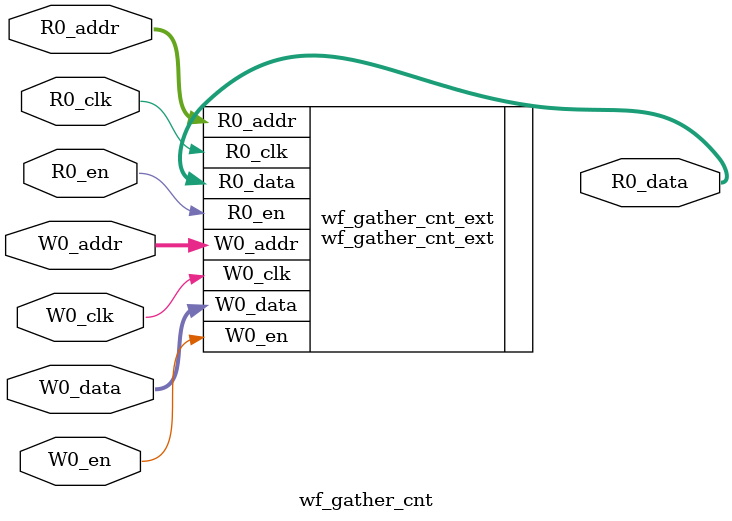
<source format=sv>
`ifndef RANDOMIZE
  `ifdef RANDOMIZE_MEM_INIT
    `define RANDOMIZE
  `endif // RANDOMIZE_MEM_INIT
`endif // not def RANDOMIZE
`ifndef RANDOMIZE
  `ifdef RANDOMIZE_REG_INIT
    `define RANDOMIZE
  `endif // RANDOMIZE_REG_INIT
`endif // not def RANDOMIZE

`ifndef RANDOM
  `define RANDOM $random
`endif // not def RANDOM

// Users can define INIT_RANDOM as general code that gets injected into the
// initializer block for modules with registers.
`ifndef INIT_RANDOM
  `define INIT_RANDOM
`endif // not def INIT_RANDOM

// If using random initialization, you can also define RANDOMIZE_DELAY to
// customize the delay used, otherwise 0.002 is used.
`ifndef RANDOMIZE_DELAY
  `define RANDOMIZE_DELAY 0.002
`endif // not def RANDOMIZE_DELAY

// Define INIT_RANDOM_PROLOG_ for use in our modules below.
`ifndef INIT_RANDOM_PROLOG_
  `ifdef RANDOMIZE
    `ifdef VERILATOR
      `define INIT_RANDOM_PROLOG_ `INIT_RANDOM
    `else  // VERILATOR
      `define INIT_RANDOM_PROLOG_ `INIT_RANDOM #`RANDOMIZE_DELAY begin end
    `endif // VERILATOR
  `else  // RANDOMIZE
    `define INIT_RANDOM_PROLOG_
  `endif // RANDOMIZE
`endif // not def INIT_RANDOM_PROLOG_

// Include register initializers in init blocks unless synthesis is set
`ifndef SYNTHESIS
  `ifndef ENABLE_INITIAL_REG_
    `define ENABLE_INITIAL_REG_
  `endif // not def ENABLE_INITIAL_REG_
`endif // not def SYNTHESIS

// Include rmemory initializers in init blocks unless synthesis is set
`ifndef SYNTHESIS
  `ifndef ENABLE_INITIAL_MEM_
    `define ENABLE_INITIAL_MEM_
  `endif // not def ENABLE_INITIAL_MEM_
`endif // not def SYNTHESIS

// Standard header to adapt well known macros for prints and assertions.

// Users can define 'PRINTF_COND' to add an extra gate to prints.
`ifndef PRINTF_COND_
  `ifdef PRINTF_COND
    `define PRINTF_COND_ (`PRINTF_COND)
  `else  // PRINTF_COND
    `define PRINTF_COND_ 1
  `endif // PRINTF_COND
`endif // not def PRINTF_COND_

// Users can define 'ASSERT_VERBOSE_COND' to add an extra gate to assert error printing.
`ifndef ASSERT_VERBOSE_COND_
  `ifdef ASSERT_VERBOSE_COND
    `define ASSERT_VERBOSE_COND_ (`ASSERT_VERBOSE_COND)
  `else  // ASSERT_VERBOSE_COND
    `define ASSERT_VERBOSE_COND_ 1
  `endif // ASSERT_VERBOSE_COND
`endif // not def ASSERT_VERBOSE_COND_

// Users can define 'STOP_COND' to add an extra gate to stop conditions.
`ifndef STOP_COND_
  `ifdef STOP_COND
    `define STOP_COND_ (`STOP_COND)
  `else  // STOP_COND
    `define STOP_COND_ 1
  `endif // STOP_COND
`endif // not def STOP_COND_

module wf_gather_cnt(	// ventus/src/cta/cu_interface.scala:165:34
  input  [2:0] R0_addr,
  input        R0_en,
               R0_clk,
  output [3:0] R0_data,
  input  [2:0] W0_addr,
  input        W0_en,
               W0_clk,
  input  [3:0] W0_data
);

  wf_gather_cnt_ext wf_gather_cnt_ext (	// ventus/src/cta/cu_interface.scala:165:34
    .R0_addr (R0_addr),
    .R0_en   (R0_en),
    .R0_clk  (R0_clk),
    .R0_data (R0_data),
    .W0_addr (W0_addr),
    .W0_en   (W0_en),
    .W0_clk  (W0_clk),
    .W0_data (W0_data)
  );
endmodule


</source>
